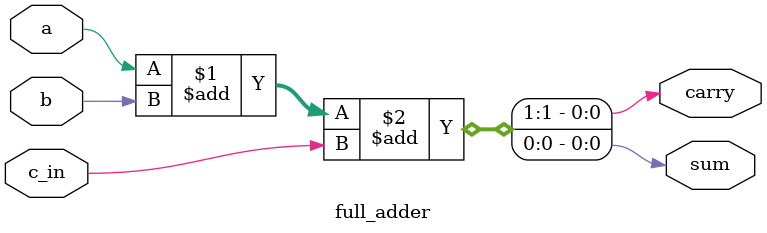
<source format=sv>
module top_module (
	input [3:0] x,
	input [3:0] y,
	output [4:0] sum
);

	// Define signals to hold intermediate values
	wire [3:0] xor_out;
	wire [3:0] carry_out;

	// Instantiate 4 full adders
	full_adder fa0 (.a(x[0]), .b(y[0]), .c_in(1'b0), .sum(sum[0]), .carry(carry_out[0]));
	full_adder fa1 (.a(x[1]), .b(y[1]), .c_in(carry_out[0]), .sum(sum[1]), .carry(carry_out[1]));
	full_adder fa2 (.a(x[2]), .b(y[2]), .c_in(carry_out[1]), .sum(sum[2]), .carry(carry_out[2]));
	full_adder fa3 (.a(x[3]), .b(y[3]), .c_in(carry_out[2]), .sum(sum[3]), .carry(carry_out[3]));

	// Assign overflow bit
	assign sum[4] = carry_out[3];

endmodule
module full_adder (
	input a,
	input b,
	input c_in,
	output sum,
	output carry
);
	assign {carry, sum} = a + b + c_in;

endmodule

</source>
